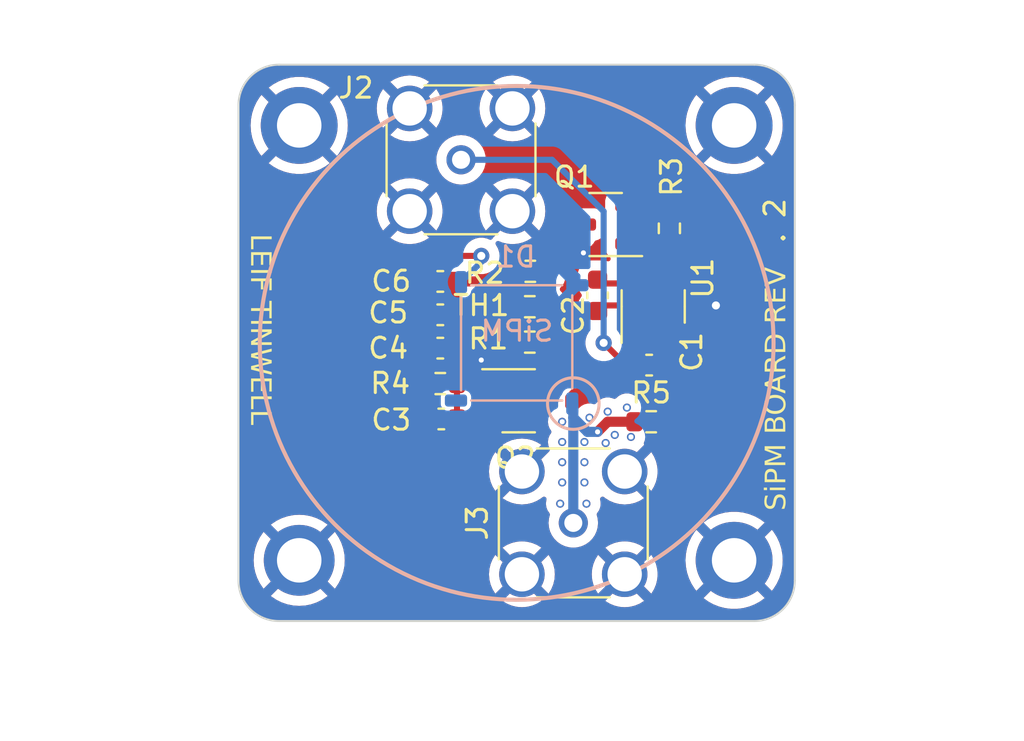
<source format=kicad_pcb>
(kicad_pcb (version 20221018) (generator pcbnew)
  (layers (0 "F.Cu" signal) (31 "B.Cu" signal) (34 "B.Paste" user) (35 "F.Paste" user) (36 "B.SilkS" user "B.Silkscreen") (37 "F.SilkS" user "F.Silkscreen") (38 "B.Mask" user) (39 "F.Mask" user) (44 "Edge.Cuts" user))
  (net 0 "")
  (net 1 "GND")
  (net 2 "BIAS")
  (net 3 "Net-(Q1-B)")
  (net 4 "Net-(Q2-E)")
  (net 5 "SiPM")
  (net 6 "Net-(Q1-E)")
  (net 7 "Net-(Q1-C)")
  (net 8 "Net-(Q2-B)")
  (net 10 "Net-(D1-C)")
  (footprint "Resistor_SMD:R_0603_1608Metric" (layer "F.Cu") (at 156.3 95.35)
    (fp_text reference "R5" (at 0 -1.43) (layer "F.SilkS"))
    (fp_text value "10")
    (fp_line (start -0.237258 -0.5225) (end 0.237258 -0.5225) (stroke (width 0.12)) (layer "F.SilkS"))
    (fp_line (start -0.237258 0.5225) (end 0.237258 0.5225) (stroke (width 0.12)) (layer "F.SilkS"))
    (pad "1" smd roundrect (at -0.825 0) (size 0.8 0.95) (layers "F.Cu" "F.Paste" "F.Mask") (net 5 "SiPM"))
    (pad "2" smd roundrect (at 0.825 0) (size 0.8 0.95) (layers "F.Cu" "F.Paste" "F.Mask") (net 1 "GND"))
  )
  (footprint "Connector_Coaxial:SMA_Amphenol_132134-14_Vertical" (layer "F.Cu") (at 152.45 100.35 90)
    (fp_text reference "J3" (at 0 -4.75 90) (layer "F.SilkS"))
    (fp_text value "Conn_Coaxial")
    (fp_line (start -3.68 -1.8) (end -3.68 1.8) (stroke (width 0.12)) (layer "F.SilkS"))
    (fp_line (start -1.8 -3.68) (end 1.8 -3.68) (stroke (width 0.12)) (layer "F.SilkS"))
    (fp_line (start -1.8 3.68) (end 1.8 3.68) (stroke (width 0.12)) (layer "F.SilkS"))
    (fp_line (start 3.68 -1.8) (end 3.68 1.8) (stroke (width 0.12)) (layer "F.SilkS"))
    (pad "1" thru_hole circle (at 0 0 90) (size 1.44 1.44) (drill 0.89) (layers "*.Cu" "*.Mask") (net 5 "SiPM"))
    (pad "2" thru_hole circle (at -2.54 -2.54 90) (size 2.25 2.25) (drill 1.7) (layers "*.Cu" "*.Mask") (net 1 "GND"))
    (pad "2" thru_hole circle (at -2.54 2.54 90) (size 2.25 2.25) (drill 1.7) (layers "*.Cu" "*.Mask") (net 1 "GND"))
    (pad "2" thru_hole circle (at 2.54 -2.54 90) (size 2.25 2.25) (drill 1.7) (layers "*.Cu" "*.Mask") (net 1 "GND"))
    (pad "2" thru_hole circle (at 2.54 2.54 90) (size 2.25 2.25) (drill 1.7) (layers "*.Cu" "*.Mask") (net 1 "GND"))
  )
  (footprint "Capacitor_SMD:C_0603_1608Metric" (layer "F.Cu") (at 145.875001 91.712502)
    (fp_text reference "C4" (at -2.575 0.000001) (layer "F.SilkS"))
    (fp_text value "100nF")
    (fp_line (start -0.14058 -0.51) (end 0.14058 -0.51) (stroke (width 0.12)) (layer "F.SilkS"))
    (fp_line (start -0.14058 0.51) (end 0.14058 0.51) (stroke (width 0.12)) (layer "F.SilkS"))
    (pad "1" smd roundrect (at -0.775 0) (size 0.9 0.95) (layers "F.Cu" "F.Paste" "F.Mask") (net 10 "Net-(D1-C)"))
    (pad "2" smd roundrect (at 0.775 0) (size 0.9 0.95) (layers "F.Cu" "F.Paste" "F.Mask") (net 1 "GND"))
  )
  (footprint "Capacitor_SMD:C_0603_1608Metric" (layer "F.Cu") (at 145.875002 88.412503)
    (fp_text reference "C6" (at -2.425001 -0.012502) (layer "F.SilkS"))
    (fp_text value "10pF")
    (fp_line (start -0.14058 -0.51) (end 0.14058 -0.51) (stroke (width 0.12)) (layer "F.SilkS"))
    (fp_line (start -0.14058 0.51) (end 0.14058 0.51) (stroke (width 0.12)) (layer "F.SilkS"))
    (pad "1" smd roundrect (at -0.775 0) (size 0.9 0.95) (layers "F.Cu" "F.Paste" "F.Mask") (net 10 "Net-(D1-C)"))
    (pad "2" smd roundrect (at 0.775 0) (size 0.9 0.95) (layers "F.Cu" "F.Paste" "F.Mask") (net 1 "GND"))
  )
  (footprint "Capacitor_SMD:C_0603_1608Metric" (layer "F.Cu") (at 153.650001 89.100001 -90)
    (fp_text reference "C2" (at 1 1.2 -270) (layer "F.SilkS"))
    (fp_text value "2.2uF")
    (fp_line (start -0.14058 -0.51) (end 0.14058 -0.51) (stroke (width 0.12)) (layer "F.SilkS"))
    (fp_line (start -0.14058 0.51) (end 0.14058 0.51) (stroke (width 0.12)) (layer "F.SilkS"))
    (pad "1" smd roundrect (at -0.775 0 270) (size 0.9 0.95) (layers "F.Cu" "F.Paste" "F.Mask") (net 3 "Net-(Q1-B)"))
    (pad "2" smd roundrect (at 0.775 0 270) (size 0.9 0.95) (layers "F.Cu" "F.Paste" "F.Mask") (net 1 "GND"))
  )
  (footprint "MountingHole:MountingHole_2.2mm_M2_DIN965_Pad" (layer "F.Cu") (at 160.400001 102.200001)
    (fp_text reference "REF**" hide)
    (fp_text value "MountingHole_2.2mm_M2_DIN965_Pad")
    (pad "1" thru_hole circle (at 0 0) (size 3.8 3.8) (drill 2.2) (layers "*.Cu" "*.Mask") (net 1 "GND"))
  )
  (footprint "Resistor_SMD:R_0603_1608Metric" (layer "F.Cu") (at 150.325001 87.912502)
    (fp_text reference "R2" (at -2.251787 0.087498) (layer "F.SilkS"))
    (fp_text value "49.9k")
    (fp_line (start -0.237258 -0.5225) (end 0.237258 -0.5225) (stroke (width 0.12)) (layer "F.SilkS"))
    (fp_line (start -0.237258 0.5225) (end 0.237258 0.5225) (stroke (width 0.12)) (layer "F.SilkS"))
    (pad "1" smd roundrect (at -0.825 0) (size 0.8 0.95) (layers "F.Cu" "F.Paste" "F.Mask") (net 8 "Net-(Q2-B)"))
    (pad "2" smd roundrect (at 0.825 0) (size 0.8 0.95) (layers "F.Cu" "F.Paste" "F.Mask") (net 7 "Net-(Q1-C)"))
  )
  (footprint "Package_TO_SOT_SMD:SOT-23-3" (layer "F.Cu") (at 149.750001 94.312501)
    (fp_text reference "Q2" (at -0.16996 2.828932) (layer "F.SilkS"))
    (fp_text value "MMBT5088LT1G")
    (fp_line (start 0 -1.56) (end -1.8 -1.56) (stroke (width 0.12)) (layer "F.SilkS"))
    (fp_line (start 0 -1.56) (end 0.8 -1.56) (stroke (width 0.12)) (layer "F.SilkS"))
    (fp_line (start 0 1.56) (end -0.8 1.56) (stroke (width 0.12)) (layer "F.SilkS"))
    (fp_line (start 0 1.56) (end 0.8 1.56) (stroke (width 0.12)) (layer "F.SilkS"))
    (pad "1" smd roundrect (at -1.1375 -0.95) (size 1.325 0.6) (layers "F.Cu" "F.Paste" "F.Mask") (net 8 "Net-(Q2-B)"))
    (pad "2" smd roundrect (at -1.1375 0.95) (size 1.325 0.6) (layers "F.Cu" "F.Paste" "F.Mask") (net 4 "Net-(Q2-E)"))
    (pad "3" smd roundrect (at 1.1375 0) (size 1.325 0.6) (layers "F.Cu" "F.Paste" "F.Mask") (net 2 "BIAS"))
  )
  (footprint "Resistor_SMD:R_0603_1608Metric" (layer "F.Cu") (at 157.200001 85.787502 90)
    (fp_text reference "R3" (at 2.55 0.1 90) (layer "F.SilkS"))
    (fp_text value "49.9k")
    (fp_line (start -0.237258 -0.5225) (end 0.237258 -0.5225) (stroke (width 0.12)) (layer "F.SilkS"))
    (fp_line (start -0.237258 0.5225) (end 0.237258 0.5225) (stroke (width 0.12)) (layer "F.SilkS"))
    (pad "1" smd roundrect (at -0.825 0 90) (size 0.8 0.95) (layers "F.Cu" "F.Paste" "F.Mask") (net 6 "Net-(Q1-E)"))
    (pad "2" smd roundrect (at 0.825 0 90) (size 0.8 0.95) (layers "F.Cu" "F.Paste" "F.Mask") (net 1 "GND"))
  )
  (footprint "Resistor_SMD:R_0603_1608Metric" (layer "F.Cu") (at 145.875001 93.462502 180)
    (fp_text reference "R4" (at 2.475 0.012501) (layer "F.SilkS"))
    (fp_text value "49.9")
    (fp_line (start -0.237258 -0.5225) (end 0.237258 -0.5225) (stroke (width 0.12)) (layer "F.SilkS"))
    (fp_line (start -0.237258 0.5225) (end 0.237258 0.5225) (stroke (width 0.12)) (layer "F.SilkS"))
    (pad "1" smd roundrect (at -0.825 0 180) (size 0.8 0.95) (layers "F.Cu" "F.Paste" "F.Mask") (net 4 "Net-(Q2-E)"))
    (pad "2" smd roundrect (at 0.825 0 180) (size 0.8 0.95) (layers "F.Cu" "F.Paste" "F.Mask") (net 10 "Net-(D1-C)"))
  )
  (footprint "Resistor_SMD:R_0603_1608Metric" (layer "F.Cu") (at 150.300002 91.412503 180)
    (fp_text reference "R1" (at 2.050001 0.162502) (layer "F.SilkS"))
    (fp_text value "24k")
    (fp_line (start -0.237258 -0.5225) (end 0.237258 -0.5225) (stroke (width 0.12)) (layer "F.SilkS"))
    (fp_line (start -0.237258 0.5225) (end 0.237258 0.5225) (stroke (width 0.12)) (layer "F.SilkS"))
    (pad "1" smd roundrect (at -0.825 0 180) (size 0.8 0.95) (layers "F.Cu" "F.Paste" "F.Mask") (net 2 "BIAS"))
    (pad "2" smd roundrect (at 0.825 0 180) (size 0.8 0.95) (layers "F.Cu" "F.Paste" "F.Mask") (net 8 "Net-(Q2-B)"))
  )
  (footprint "Package_TO_SOT_SMD:SOT-23-3" (layer "F.Cu") (at 154.050001 85.600001 180)
    (fp_text reference "Q1" (at 1.55 2.35 180) (layer "F.SilkS"))
    (fp_text value "MMBT5088LT1G")
    (fp_line (start 0 -1.56) (end -1.8 -1.56) (stroke (width 0.12)) (layer "F.SilkS"))
    (fp_line (start 0 -1.56) (end 0.8 -1.56) (stroke (width 0.12)) (layer "F.SilkS"))
    (fp_line (start 0 1.56) (end -0.8 1.56) (stroke (width 0.12)) (layer "F.SilkS"))
    (fp_line (start 0 1.56) (end 0.8 1.56) (stroke (width 0.12)) (layer "F.SilkS"))
    (pad "1" smd roundrect (at -1.1375 -0.95 180) (size 1.325 0.6) (layers "F.Cu" "F.Paste" "F.Mask") (net 3 "Net-(Q1-B)"))
    (pad "2" smd roundrect (at -1.1375 0.95 180) (size 1.325 0.6) (layers "F.Cu" "F.Paste" "F.Mask") (net 6 "Net-(Q1-E)"))
    (pad "3" smd roundrect (at 1.1375 0 180) (size 1.325 0.6) (layers "F.Cu" "F.Paste" "F.Mask") (net 7 "Net-(Q1-C)"))
  )
  (footprint "Capacitor_SMD:C_0603_1608Metric" (layer "F.Cu") (at 156.200001 92.550001)
    (fp_text reference "C1" (at 2.1 -0.65 -90) (layer "F.SilkS"))
    (fp_text value "2.2uF")
    (fp_line (start -0.14058 -0.51) (end 0.14058 -0.51) (stroke (width 0.12)) (layer "F.SilkS"))
    (fp_line (start -0.14058 0.51) (end 0.14058 0.51) (stroke (width 0.12)) (layer "F.SilkS"))
    (pad "1" smd roundrect (at -0.775 0) (size 0.9 0.95) (layers "F.Cu" "F.Paste" "F.Mask") (net 2 "BIAS"))
    (pad "2" smd roundrect (at 0.775 0) (size 0.9 0.95) (layers "F.Cu" "F.Paste" "F.Mask") (net 1 "GND"))
  )
  (footprint "Capacitor_SMD:C_0603_1608Metric" (layer "F.Cu") (at 145.875002 90.062502)
    (fp_text reference "C5" (at -2.575 -0.099999) (layer "F.SilkS"))
    (fp_text value "10nF")
    (fp_line (start -0.14058 -0.51) (end 0.14058 -0.51) (stroke (width 0.12)) (layer "F.SilkS"))
    (fp_line (start -0.14058 0.51) (end 0.14058 0.51) (stroke (width 0.12)) (layer "F.SilkS"))
    (pad "1" smd roundrect (at -0.775 0) (size 0.9 0.95) (layers "F.Cu" "F.Paste" "F.Mask") (net 10 "Net-(D1-C)"))
    (pad "2" smd roundrect (at 0.775 0) (size 0.9 0.95) (layers "F.Cu" "F.Paste" "F.Mask") (net 1 "GND"))
  )
  (footprint "MountingHole:MountingHole_2.2mm_M2_ISO7380_Pad" (layer "F.Cu") (at 138.900001 102.200001)
    (fp_text reference "REF**" hide)
    (fp_text value "MountingHole_2.2mm_M2_ISO7380_Pad")
    (pad "1" thru_hole circle (at 0 0) (size 3.5 3.5) (drill 2.2) (layers "*.Cu" "*.Mask") (net 1 "GND"))
  )
  (footprint "Resistor_SMD:R_0603_1608Metric" (layer "F.Cu") (at 150.300002 89.662503 180)
    (fp_text reference "TH1" (at 2.400001 0.062502) (layer "F.SilkS"))
    (fp_text value "10k")
    (fp_line (start -0.237258 -0.5225) (end 0.237258 -0.5225) (stroke (width 0.12)) (layer "F.SilkS"))
    (fp_line (start -0.237258 0.5225) (end 0.237258 0.5225) (stroke (width 0.12)) (layer "F.SilkS"))
    (pad "1" smd roundrect (at -0.825 0 180) (size 0.8 0.95) (layers "F.Cu" "F.Paste" "F.Mask") (net 2 "BIAS"))
    (pad "2" smd roundrect (at 0.825 0 180) (size 0.8 0.95) (layers "F.Cu" "F.Paste" "F.Mask") (net 8 "Net-(Q2-B)"))
  )
  (footprint "MountingHole:MountingHole_2.2mm_M2_DIN965_Pad" (layer "F.Cu") (at 160.400001 80.700001)
    (fp_text reference "REF**" hide)
    (fp_text value "MountingHole_2.2mm_M2_DIN965_Pad")
    (pad "1" thru_hole circle (at 0 0) (size 3.8 3.8) (drill 2.2) (layers "*.Cu" "*.Mask") (net 1 "GND"))
  )
  (footprint "MountingHole:MountingHole_2.2mm_M2_DIN965_Pad" (layer "F.Cu") (at 138.900001 80.700001)
    (fp_text reference "REF**" hide)
    (fp_text value "MountingHole_2.2mm_M2_DIN965_Pad")
    (pad "1" thru_hole circle (at 0 0) (size 3.8 3.8) (drill 2.2) (layers "*.Cu" "*.Mask") (net 1 "GND"))
  )
  (footprint "Connector_Coaxial:SMA_Amphenol_132134-14_Vertical" (layer "F.Cu") (at 146.9 82.4 90)
    (fp_text reference "J2" (at 3.549999 -5.199999) (layer "F.SilkS"))
    (fp_text value "Conn_Coaxial_Power")
    (fp_line (start -3.68 -1.8) (end -3.68 1.8) (stroke (width 0.12)) (layer "F.SilkS"))
    (fp_line (start -1.8 -3.68) (end 1.8 -3.68) (stroke (width 0.12)) (layer "F.SilkS"))
    (fp_line (start -1.8 3.68) (end 1.8 3.68) (stroke (width 0.12)) (layer "F.SilkS"))
    (fp_line (start 3.68 -1.8) (end 3.68 1.8) (stroke (width 0.12)) (layer "F.SilkS"))
    (pad "1" thru_hole circle (at 0 0 90) (size 1.44 1.44) (drill 0.89) (layers "*.Cu" "*.Mask") (net 2 "BIAS"))
    (pad "2" thru_hole circle (at -2.54 -2.54 90) (size 2.25 2.25) (drill 1.7) (layers "*.Cu" "*.Mask") (net 1 "GND"))
    (pad "2" thru_hole circle (at -2.54 2.54 90) (size 2.25 2.25) (drill 1.7) (layers "*.Cu" "*.Mask") (net 1 "GND"))
    (pad "2" thru_hole circle (at 2.54 -2.54 90) (size 2.25 2.25) (drill 1.7) (layers "*.Cu" "*.Mask") (net 1 "GND"))
    (pad "2" thru_hole circle (at 2.54 2.54 90) (size 2.25 2.25) (drill 1.7) (layers "*.Cu" "*.Mask") (net 1 "GND"))
  )
  (footprint "Package_TO_SOT_SMD:SOT-23-5" (layer "F.Cu") (at 156.400001 89.650001 90)
    (fp_text reference "U1" (at 1.4 2.45 90) (layer "F.SilkS"))
    (fp_text value "TPS7B6950DBVR")
    (fp_line (start 0 -1.56) (end -1.8 -1.56) (stroke (width 0.12)) (layer "F.SilkS"))
    (fp_line (start 0 -1.56) (end 0.8 -1.56) (stroke (width 0.12)) (layer "F.SilkS"))
    (fp_line (start 0 1.56) (end -0.8 1.56) (stroke (width 0.12)) (layer "F.SilkS"))
    (fp_line (start 0 1.56) (end 0.8 1.56) (stroke (width 0.12)) (layer "F.SilkS"))
    (pad "1" smd roundrect (at -1.1375 -0.95 90) (size 1.325 0.6) (layers "F.Cu" "F.Paste" "F.Mask") (net 2 "BIAS"))
    (pad "2" smd roundrect (at -1.1375 0 90) (size 1.325 0.6) (layers "F.Cu" "F.Paste" "F.Mask"))
    (pad "3" smd roundrect (at -1.1375 0.95 90) (size 1.325 0.6) (layers "F.Cu" "F.Paste" "F.Mask") (net 1 "GND"))
    (pad "4" smd roundrect (at 1.1375 0.95 90) (size 1.325 0.6) (layers "F.Cu" "F.Paste" "F.Mask") (net 1 "GND"))
    (pad "5" smd roundrect (at 1.1375 -0.95 90) (size 1.325 0.6) (layers "F.Cu" "F.Paste" "F.Mask") (net 3 "Net-(Q1-B)"))
  )
  (footprint "Capacitor_SMD:C_0603_1608Metric" (layer "F.Cu") (at 145.925001 95.212503 180)
    (fp_text reference "C3" (at 2.475 -0.05) (layer "F.SilkS"))
    (fp_text value "10nF")
    (fp_line (start -0.14058 -0.51) (end 0.14058 -0.51) (stroke (width 0.12)) (layer "F.SilkS"))
    (fp_line (start -0.14058 0.51) (end 0.14058 0.51) (stroke (width 0.12)) (layer "F.SilkS"))
    (pad "1" smd roundrect (at -0.775 0 180) (size 0.9 0.95) (layers "F.Cu" "F.Paste" "F.Mask") (net 4 "Net-(Q2-E)"))
    (pad "2" smd roundrect (at 0.775 0 180) (size 0.9 0.95) (layers "F.Cu" "F.Paste" "F.Mask") (net 1 "GND"))
  )
  (footprint "OptoDevice:MICROFC-60035" (layer "B.Cu") (at 149.650001 91.450001 180)
    (fp_text reference "D1" (at 0.05 4.25 unlocked) (layer "B.SilkS") (effects (justify mirror)))
    (fp_text value "D_SiPM")
    (fp_text user "SiPM" (at -1.9 0 unlocked) (layer "B.SilkS") (effects (justify left bottom mirror)))
    (fp_line (start -2.75 -2.25) (end -2.75 2.35) (stroke (width 0.12)) (layer "B.SilkS"))
    (fp_line (start -2.25 2.85) (end 2.25 2.85) (stroke (width 0.12)) (layer "B.SilkS"))
    (fp_line (start 2.25 -2.85) (end -2.25 -2.85) (stroke (width 0.12)) (layer "B.SilkS"))
    (fp_line (start 2.75 2.25) (end 2.75 -2.35) (stroke (width 0.12)) (layer "B.SilkS"))
    (pad "1" smd roundrect (at -2.75 -3 180) (size 0.6 1.1) (layers "B.Cu" "B.Paste" "B.Mask") (net 5 "SiPM") (clearance 0.2))
    (pad "2" smd roundrect (at 3 -2.85 90) (size 0.6 1.1) (layers "B.Cu" "B.Paste" "B.Mask") (clearance 0.2))
    (pad "3" smd roundrect (at 2.75 3 180) (size 0.6 1.1) (layers "B.Cu" "B.Paste" "B.Mask") (net 10 "Net-(D1-C)") (clearance 0.2))
    (pad "4" smd roundrect (at -3 2.85 90) (size 0.6 1.1) (layers "B.Cu" "B.Paste" "B.Mask") (net 1 "GND") (clearance 0.2))
  )
  (gr_circle (center 149.650001 91.450001) (end 149.650001 78.750001) (stroke (width 0.2)) (fill none) (layer "B.SilkS"))
  (gr_circle (center 152.45 94.450001) (end 151.500001 93.600001) (stroke (width 0.15)) (fill none) (layer "B.SilkS"))
  (gr_arc (start 135.900001 79.700001) (mid 136.485787 78.285787) (end 137.900001 77.700001) (stroke (width 0.1)) (layer "Edge.Cuts"))
  (gr_line (start 137.900001 77.700001) (end 161.400001 77.700001) (stroke (width 0.1)) (layer "Edge.Cuts"))
  (gr_line (start 135.900001 103.200001) (end 135.900001 79.700001) (stroke (width 0.1)) (layer "Edge.Cuts"))
  (gr_line (start 161.400001 105.200001) (end 137.900001 105.200001) (stroke (width 0.1)) (layer "Edge.Cuts"))
  (gr_line (start 163.400001 79.700001) (end 163.400001 103.200001) (stroke (width 0.1)) (layer "Edge.Cuts"))
  (gr_arc (start 161.400001 77.700001) (mid 162.814215 78.285787) (end 163.400001 79.700001) (stroke (width 0.1)) (layer "Edge.Cuts"))
  (gr_arc (start 137.900001 105.200001) (mid 136.485786 104.614215) (end 135.900001 103.200001) (stroke (width 0.1)) (layer "Edge.Cuts"))
  (gr_arc (start 163.400001 103.200001) (mid 162.814215 104.614215) (end 161.400001 105.200001) (stroke (width 0.1)) (layer "Edge.Cuts"))
  (gr_text ". 2" (at 163.000001 86.600001 90) (layer "F.SilkS") (effects (font (size 1 1)) (justify left bottom)))
  (gr_text "SiPM BOARD REV" (at 163.100001 99.750001 90) (layer "F.SilkS") (effects (font (size 1 1)) (justify left bottom)))
  (gr_text "LEIF TINWELL" (at 136.350001 86.050001 -90) (layer "F.SilkS") (effects (font (size 1 1)) (justify left bottom)))
  (via (at 151.9 97.35) (size 0.4) (drill 0.25) (layers "F.Cu" "B.Cu") (net 0))
  (via (at 155.1 94.65) (size 0.4) (drill 0.25) (layers "F.Cu" "B.Cu") (net 0))
  (via (at 155.3 96.1) (size 0.4) (drill 0.25) (layers "F.Cu" "B.Cu") (net 0))
  (via (at 153 96.35) (size 0.4) (drill 0.25) (layers "F.Cu" "B.Cu") (net 0))
  (via (at 154.500001 96.000001) (size 0.4) (drill 0.25) (layers "F.Cu" "B.Cu") (net 0))
  (via (at 151.8 99.4) (size 0.4) (drill 0.25) (layers "F.Cu" "B.Cu") (net 0))
  (via (at 153.25 95.15) (size 0.4) (drill 0.25) (layers "F.Cu" "B.Cu") (net 0))
  (via (at 153 97.35) (size 0.4) (drill 0.25) (layers "F.Cu" "B.Cu") (net 0))
  (via (at 154.05 96.4) (size 0.4) (drill 0.25) (layers "F.Cu" "B.Cu") (net 0))
  (via (at 154.15 94.85) (size 0.4) (drill 0.25) (layers "F.Cu" "B.Cu") (net 0))
  (via (at 151.9 96.35) (size 0.4) (drill 0.25) (layers "F.Cu" "B.Cu") (net 0))
  (via (at 151.9 98.35) (size 0.4) (drill 0.25) (layers "F.Cu" "B.Cu") (net 0))
  (via (at 153 98.35) (size 0.4) (drill 0.25) (layers "F.Cu" "B.Cu") (net 0))
  (via (at 153.1 99.4) (size 0.4) (drill 0.25) (layers "F.Cu" "B.Cu") (net 0))
  (via (at 151.9 95.35) (size 0.4) (drill 0.25) (layers "F.Cu" "B.Cu") (net 0))
  (segment (start 153.925001 89.600001) (end 159.500001 89.600001) (width 0.3) (layer "F.Cu") (net 1))
  (segment (start 153.650001 89.875001) (end 153.925001 89.600001) (width 0.3) (layer "F.Cu") (net 1))
  (via (at 147.900001 92.300001) (size 0.4) (drill 0.25) (layers "F.Cu" "B.Cu") (net 1))
  (via (at 152.950001 87.000001) (size 0.4) (drill 0.25) (layers "F.Cu" "B.Cu") (net 1))
  (via (at 159.500001 89.600001) (size 0.8) (drill 0.4) (layers "F.Cu" "B.Cu") (net 1))
  (segment (start 152.650001 88.150001) (end 149.44 84.94) (width 0.3) (layer "B.Cu") (net 1))
  (segment (start 152.650001 88.600001) (end 152.650001 88.150001) (width 0.3) (layer "B.Cu") (net 1))
  (segment (start 155.425001 90.812501) (end 155.450001 90.787501) (width 0.3) (layer "F.Cu") (net 2))
  (segment (start 155.050001 92.550001) (end 153.950001 91.450001) (width 0.3) (layer "F.Cu") (net 2))
  (segment (start 151.125001 94.075001) (end 150.887501 94.312501) (width 0.3) (layer "F.Cu") (net 2))
  (segment (start 154.925001 93.050001) (end 155.425001 92.550001) (width 0.3) (layer "F.Cu") (net 2))
  (segment (start 152.150001 93.050001) (end 154.925001 93.050001) (width 0.3) (layer "F.Cu") (net 2))
  (segment (start 151.125001 89.662503) (end 151.125001 94.075001) (width 0.3) (layer "F.Cu") (net 2))
  (segment (start 155.425001 92.550001) (end 155.050001 92.550001) (width 0.3) (layer "F.Cu") (net 2))
  (segment (start 155.425001 92.550001) (end 155.425001 90.812501) (width 0.3) (layer "F.Cu") (net 2))
  (segment (start 150.887501 94.312501) (end 152.150001 93.050001) (width 0.3) (layer "F.Cu") (net 2))
  (via (at 153.950001 91.450001) (size 0.8) (drill 0.4) (layers "F.Cu" "B.Cu") (net 2))
  (segment (start 151.4 82.4) (end 146.9 82.4) (width 0.3) (layer "B.Cu") (net 2))
  (segment (start 153.950001 91.450001) (end 153.950001 84.950001) (width 0.3) (layer "B.Cu") (net 2))
  (segment (start 153.950001 84.950001) (end 151.4 82.4) (width 0.3) (layer "B.Cu") (net 2))
  (segment (start 155.450001 88.512501) (end 155.450001 86.812501) (width 0.3) (layer "F.Cu") (net 3))
  (segment (start 155.450001 86.812501) (end 155.187501 86.550001) (width 0.3) (layer "F.Cu") (net 3))
  (segment (start 153.837501 88.512501) (end 153.650001 88.325001) (width 0.3) (layer "F.Cu") (net 3))
  (segment (start 155.450001 88.512501) (end 153.837501 88.512501) (width 0.3) (layer "F.Cu") (net 3))
  (segment (start 146.749999 95.262503) (end 146.700001 95.212504) (width 0.3) (layer "F.Cu") (net 4))
  (segment (start 148.6125 95.262503) (end 146.749999 95.262503) (width 0.3) (layer "F.Cu") (net 4))
  (segment (start 146.700001 95.212504) (end 146.700001 93.462502) (width 0.3) (layer "F.Cu") (net 4))
  (segment (start 155.475 95.35) (end 154.15 95.35) (width 0.5) (layer "F.Cu") (net 5))
  (segment (start 154.15 95.35) (end 153.65 95.85) (width 0.5) (layer "F.Cu") (net 5))
  (via (at 153.65 95.85) (size 0.4) (drill 0.25) (layers "F.Cu" "B.Cu") (net 5))
  (segment (start 152.45 95.15) (end 152.45 100.35) (width 0.5) (layer "B.Cu") (net 5))
  (segment (start 152.45 94.5) (end 152.45 95.15) (width 0.5) (layer "B.Cu") (net 5))
  (segment (start 152.45 95.15) (end 153.15 95.85) (width 0.5) (layer "B.Cu") (net 5))
  (segment (start 152.400001 94.450001) (end 152.45 94.5) (width 0.3) (layer "B.Cu") (net 5))
  (segment (start 153.15 95.85) (end 153.65 95.85) (width 0.5) (layer "B.Cu") (net 5))
  (segment (start 155.2375 84.650001) (end 157.200001 86.612502) (width 0.3) (layer "F.Cu") (net 6))
  (segment (start 155.187501 84.650001) (end 155.2375 84.650001) (width 0.3) (layer "F.Cu") (net 6))
  (segment (start 152.912501 85.600001) (end 152.912501 86.150002) (width 0.3) (layer "F.Cu") (net 7))
  (segment (start 152.912501 86.150002) (end 151.150001 87.912502) (width 0.3) (layer "F.Cu") (net 7))
  (segment (start 149.475001 91.412501) (end 149.475001 92.500002) (width 0.3) (layer "F.Cu") (net 8))
  (segment (start 149.475001 92.500002) (end 148.6125 93.362503) (width 0.3) (layer "F.Cu") (net 8))
  (segment (start 149.475002 89.662503) (end 149.475001 91.412501) (width 0.3) (layer "F.Cu") (net 8))
  (segment (start 149.500001 89.637503) (end 149.475002 89.662503) (width 0.3) (layer "F.Cu") (net 8))
  (segment (start 149.500001 87.912502) (end 149.500001 89.637503) (width 0.3) (layer "F.Cu") (net 8))
  (segment (start 145.100001 91.712501) (end 145.1 90.062502) (width 0.3) (layer "F.Cu") (net 10))
  (segment (start 145.050001 91.762503) (end 145.100001 91.712501) (width 0.3) (layer "F.Cu") (net 10))
  (segment (start 145.1 90.062502) (end 145.1 88.412503) (width 0.3) (layer "F.Cu") (net 10))
  (segment (start 146.362504 87.150001) (end 147.900001 87.150001) (width 0.3) (layer "F.Cu") (net 10))
  (segment (start 145.050001 93.462502) (end 145.050001 91.762503) (width 0.3) (layer "F.Cu") (net 10))
  (segment (start 145.100002 88.412503) (end 146.362504 87.150001) (width 0.3) (layer "F.Cu") (net 10))
  (via (at 147.900001 87.150001) (size 0.8) (drill 0.4) (layers "F.Cu" "B.Cu") (net 10))
  (segment (start 147.900001 87.450001) (end 146.900001 88.450001) (width 0.3) (layer "B.Cu") (net 10))
  (segment (start 147.900001 87.150001) (end 147.900001 87.450001) (width 0.3) (layer "B.Cu") (net 10))
  (zone (net 1) (net_name "GND") (layer "F.Cu") (connect_pads (clearance 0.5)) (min_thickness 0.25) (fill yes (thermal_gap 0.5) (thermal_bridge_width 0.5))
    (polygon (pts (xy 132.850001 74.500001) (xy 169.750001 74.500001) (xy 169.800001 111.150001) (xy 132.750001 110.750001)))
  )
  (zone locked (net 1) (net_name "GND") (layer "B.Cu") (priority 1) (connect_pads (clearance 0.5)) (min_thickness 0.25) (fill yes (thermal_gap 0.5) (thermal_bridge_width 0.5))
    (polygon (pts (xy 132.850001 74.500001) (xy 169.750001 74.500001) (xy 169.800001 111.150001) (xy 132.750001 110.750001)))
  )
)
</source>
